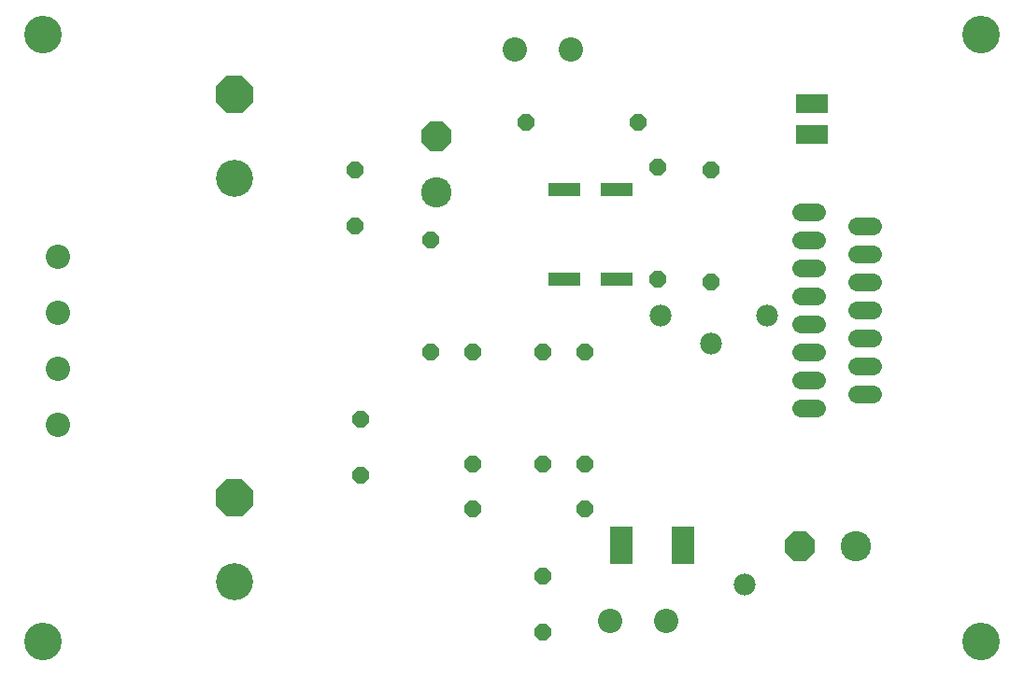
<source format=gbr>
G75*
%MOIN*%
%OFA0B0*%
%FSLAX25Y25*%
%IPPOS*%
%LPD*%
%AMOC8*
5,1,8,0,0,1.08239X$1,22.5*
%
%ADD10C,0.13398*%
%ADD11C,0.13200*%
%ADD12OC8,0.13200*%
%ADD13R,0.11824X0.04737*%
%ADD14OC8,0.06000*%
%ADD15C,0.10800*%
%ADD16OC8,0.10800*%
%ADD17R,0.07887X0.13398*%
%ADD18C,0.06400*%
%ADD19C,0.08674*%
%ADD20R,0.11430X0.07099*%
%ADD21C,0.07800*%
D10*
X0012811Y0012811D03*
X0012811Y0229346D03*
X0347457Y0229346D03*
X0347457Y0012811D03*
D11*
X0081000Y0034000D03*
X0081000Y0178000D03*
D12*
X0081000Y0208000D03*
X0081000Y0064000D03*
D13*
X0198748Y0142000D03*
X0217252Y0142000D03*
X0217252Y0174000D03*
X0198748Y0174000D03*
D14*
X0232000Y0182100D03*
X0251000Y0180900D03*
X0225000Y0198000D03*
X0185000Y0198000D03*
X0151000Y0156000D03*
X0124000Y0161000D03*
X0124000Y0181000D03*
X0151000Y0116000D03*
X0166000Y0116000D03*
X0191000Y0116100D03*
X0206000Y0116000D03*
X0232000Y0142100D03*
X0251000Y0140900D03*
X0206000Y0076000D03*
X0191000Y0076100D03*
X0166000Y0076000D03*
X0166000Y0060000D03*
X0191000Y0036000D03*
X0191000Y0016000D03*
X0206000Y0060000D03*
X0126000Y0072000D03*
X0126000Y0092000D03*
D15*
X0153000Y0173000D03*
X0302800Y0046800D03*
D16*
X0282800Y0046800D03*
X0153000Y0193000D03*
D17*
X0218976Y0047000D03*
X0241024Y0047000D03*
D18*
X0283200Y0096000D02*
X0288800Y0096000D01*
X0288800Y0106000D02*
X0283200Y0106000D01*
X0283200Y0116000D02*
X0288800Y0116000D01*
X0303200Y0111000D02*
X0308800Y0111000D01*
X0308800Y0101000D02*
X0303200Y0101000D01*
X0303200Y0121000D02*
X0308800Y0121000D01*
X0308800Y0131000D02*
X0303200Y0131000D01*
X0303200Y0141000D02*
X0308800Y0141000D01*
X0308800Y0151000D02*
X0303200Y0151000D01*
X0303200Y0161000D02*
X0308800Y0161000D01*
X0288800Y0156000D02*
X0283200Y0156000D01*
X0283200Y0146000D02*
X0288800Y0146000D01*
X0288800Y0136000D02*
X0283200Y0136000D01*
X0283200Y0126000D02*
X0288800Y0126000D01*
X0288800Y0166000D02*
X0283200Y0166000D01*
D19*
X0201083Y0223902D03*
X0181083Y0223902D03*
X0018098Y0150083D03*
X0018098Y0130083D03*
X0018098Y0110083D03*
X0018098Y0090083D03*
X0214917Y0020098D03*
X0234917Y0020098D03*
D20*
X0287200Y0193688D03*
X0287200Y0204712D03*
D21*
X0271000Y0129000D03*
X0251000Y0119000D03*
X0233000Y0129000D03*
X0263000Y0033000D03*
M02*

</source>
